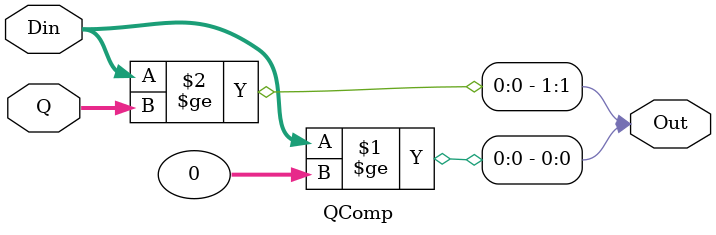
<source format=v>
module QComp(
    input signed [4:0]Din,
    input signed [4:0]Q,
    output [1:0]Out
);
// zero-comparison for LSB
assign Out[0]=(Din>=0);

// Q-comparison for MSB
assign Out[1]=(Din>=Q);

endmodule
</source>
